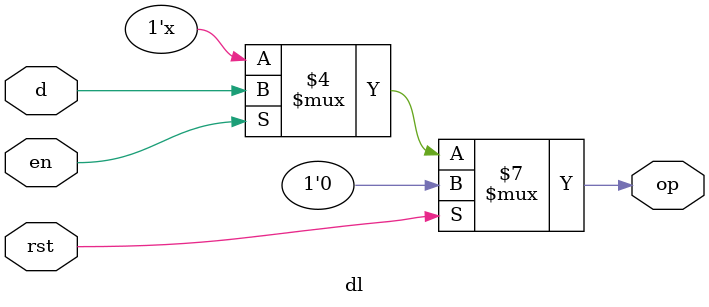
<source format=v>
module dl (output reg op, input d,en,rst);
always@(en,d,rst)
begin
if (rst==1'b1) 
op<=1'b0;
else if (en==1'b1)
op<=d;
end
endmodule
</source>
